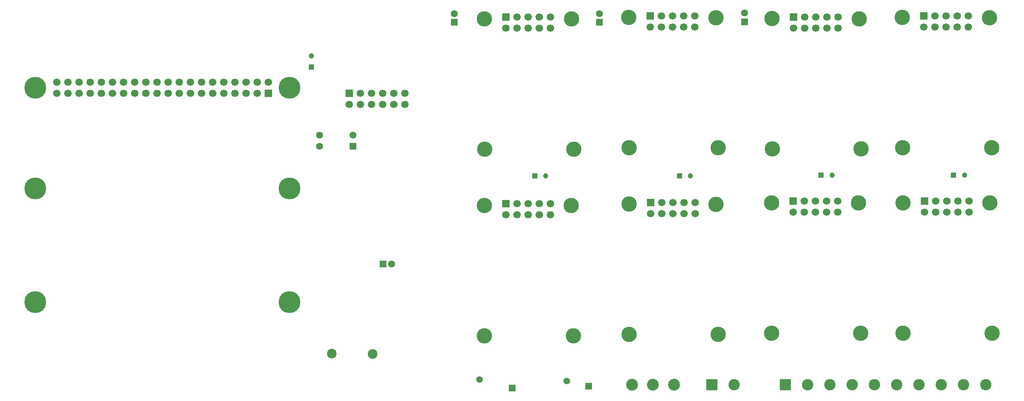
<source format=gbr>
%TF.GenerationSoftware,KiCad,Pcbnew,9.0.3*%
%TF.CreationDate,2025-07-15T13:26:13-05:00*%
%TF.ProjectId,Garden PCB,47617264-656e-4205-9043-422e6b696361,rev?*%
%TF.SameCoordinates,Original*%
%TF.FileFunction,Soldermask,Bot*%
%TF.FilePolarity,Negative*%
%FSLAX46Y46*%
G04 Gerber Fmt 4.6, Leading zero omitted, Abs format (unit mm)*
G04 Created by KiCad (PCBNEW 9.0.3) date 2025-07-15 13:26:13*
%MOMM*%
%LPD*%
G01*
G04 APERTURE LIST*
G04 Aperture macros list*
%AMRoundRect*
0 Rectangle with rounded corners*
0 $1 Rounding radius*
0 $2 $3 $4 $5 $6 $7 $8 $9 X,Y pos of 4 corners*
0 Add a 4 corners polygon primitive as box body*
4,1,4,$2,$3,$4,$5,$6,$7,$8,$9,$2,$3,0*
0 Add four circle primitives for the rounded corners*
1,1,$1+$1,$2,$3*
1,1,$1+$1,$4,$5*
1,1,$1+$1,$6,$7*
1,1,$1+$1,$8,$9*
0 Add four rect primitives between the rounded corners*
20,1,$1+$1,$2,$3,$4,$5,0*
20,1,$1+$1,$4,$5,$6,$7,0*
20,1,$1+$1,$6,$7,$8,$9,0*
20,1,$1+$1,$8,$9,$2,$3,0*%
G04 Aperture macros list end*
%ADD10R,1.200000X1.200000*%
%ADD11C,1.200000*%
%ADD12C,1.515000*%
%ADD13R,1.515000X1.515000*%
%ADD14R,1.700000X1.700000*%
%ADD15C,1.700000*%
%ADD16C,3.500000*%
%ADD17C,2.600000*%
%ADD18C,0.800000*%
%ADD19C,5.000000*%
%ADD20RoundRect,0.250000X0.550000X0.550000X-0.550000X0.550000X-0.550000X-0.550000X0.550000X-0.550000X0*%
%ADD21C,1.600000*%
%ADD22RoundRect,0.250000X0.550000X-0.550000X0.550000X0.550000X-0.550000X0.550000X-0.550000X-0.550000X0*%
%ADD23RoundRect,0.250000X-0.550000X-0.550000X0.550000X-0.550000X0.550000X0.550000X-0.550000X0.550000X0*%
%ADD24C,2.200000*%
%ADD25C,2.700000*%
%ADD26RoundRect,0.250000X-1.050000X-1.050000X1.050000X-1.050000X1.050000X1.050000X-1.050000X1.050000X0*%
%ADD27C,2.750000*%
G04 APERTURE END LIST*
D10*
%TO.C,C5*%
X197925000Y-116300000D03*
D11*
X200425000Y-116300000D03*
%TD*%
D12*
%TO.C,RV1*%
X185300000Y-162850000D03*
D13*
X192800000Y-164850000D03*
%TD*%
D14*
%TO.C,J10*%
X286800000Y-122110000D03*
D15*
X286800000Y-124650000D03*
X289340000Y-122110000D03*
X289340000Y-124650000D03*
X291880000Y-122110000D03*
X291880000Y-124650000D03*
X294420000Y-122110000D03*
X294420000Y-124650000D03*
X296960000Y-122110000D03*
X296960000Y-124650000D03*
%TD*%
D14*
%TO.C,J9*%
X286700000Y-79730000D03*
D15*
X286700000Y-82270000D03*
X289240000Y-79730000D03*
X289240000Y-82270000D03*
X291780000Y-79730000D03*
X291780000Y-82270000D03*
X294320000Y-79730000D03*
X294320000Y-82270000D03*
X296860000Y-79730000D03*
X296860000Y-82270000D03*
%TD*%
D14*
%TO.C,J8*%
X256850000Y-122110000D03*
D15*
X256850000Y-124650000D03*
X259390000Y-122110000D03*
X259390000Y-124650000D03*
X261930000Y-122110000D03*
X261930000Y-124650000D03*
X264470000Y-122110000D03*
X264470000Y-124650000D03*
X267010000Y-122110000D03*
X267010000Y-124650000D03*
%TD*%
D14*
%TO.C,J7*%
X256950000Y-79980000D03*
D15*
X256950000Y-82520000D03*
X259490000Y-79980000D03*
X259490000Y-82520000D03*
X262030000Y-79980000D03*
X262030000Y-82520000D03*
X264570000Y-79980000D03*
X264570000Y-82520000D03*
X267110000Y-79980000D03*
X267110000Y-82520000D03*
%TD*%
D14*
%TO.C,J6*%
X224330000Y-122380000D03*
D15*
X224330000Y-124920000D03*
X226870000Y-122380000D03*
X226870000Y-124920000D03*
X229410000Y-122380000D03*
X229410000Y-124920000D03*
X231950000Y-122380000D03*
X231950000Y-124920000D03*
X234490000Y-122380000D03*
X234490000Y-124920000D03*
%TD*%
D14*
%TO.C,J5*%
X224300000Y-79730000D03*
D15*
X224300000Y-82270000D03*
X226840000Y-79730000D03*
X226840000Y-82270000D03*
X229380000Y-79730000D03*
X229380000Y-82270000D03*
X231920000Y-79730000D03*
X231920000Y-82270000D03*
X234460000Y-79730000D03*
X234460000Y-82270000D03*
%TD*%
D14*
%TO.C,J4*%
X191350000Y-80030000D03*
D15*
X191350000Y-82570000D03*
X193890000Y-80030000D03*
X193890000Y-82570000D03*
X196430000Y-80030000D03*
X196430000Y-82570000D03*
X198970000Y-80030000D03*
X198970000Y-82570000D03*
X201510000Y-80030000D03*
X201510000Y-82570000D03*
%TD*%
D14*
%TO.C,J3*%
X191300000Y-122680000D03*
D15*
X191300000Y-125220000D03*
X193840000Y-122680000D03*
X193840000Y-125220000D03*
X196380000Y-122680000D03*
X196380000Y-125220000D03*
X198920000Y-122680000D03*
X198920000Y-125220000D03*
X201460000Y-122680000D03*
X201460000Y-125220000D03*
%TD*%
D14*
%TO.C,J2*%
X155575000Y-97435000D03*
D15*
X155575000Y-99975000D03*
X158115000Y-97435000D03*
X158115000Y-99975000D03*
X160655000Y-97435000D03*
X160655000Y-99975000D03*
X163195000Y-97435000D03*
X163195000Y-99975000D03*
X165735000Y-97435000D03*
X165735000Y-99975000D03*
X168275000Y-97435000D03*
X168275000Y-99975000D03*
%TD*%
D13*
%TO.C,F1*%
X210250000Y-164400000D03*
D12*
X205200000Y-163230000D03*
%TD*%
D16*
%TO.C,REF\u002A\u002A*%
X219480000Y-152550000D03*
D17*
X219480000Y-152550000D03*
%TD*%
D16*
%TO.C,REF\u002A\u002A*%
X239780000Y-152550000D03*
D17*
X239780000Y-152550000D03*
%TD*%
D16*
%TO.C,REF\u002A\u002A*%
X239280000Y-122800000D03*
D17*
X239280000Y-122800000D03*
%TD*%
D16*
%TO.C,REF\u002A\u002A*%
X219430000Y-122750000D03*
D17*
X219430000Y-122750000D03*
%TD*%
D16*
%TO.C,REF\u002A\u002A*%
X206250000Y-123100000D03*
D17*
X206250000Y-123100000D03*
%TD*%
D16*
%TO.C,REF\u002A\u002A*%
X186400000Y-123050000D03*
D17*
X186400000Y-123050000D03*
%TD*%
D16*
%TO.C,REF\u002A\u002A*%
X206750000Y-152850000D03*
D17*
X206750000Y-152850000D03*
%TD*%
D16*
%TO.C,REF\u002A\u002A*%
X186450000Y-152850000D03*
D17*
X186450000Y-152850000D03*
%TD*%
%TO.C,REF\u002A\u002A*%
X251950000Y-122480000D03*
D16*
X251950000Y-122480000D03*
%TD*%
D17*
%TO.C,REF\u002A\u002A*%
X301650000Y-80150000D03*
D16*
X301650000Y-80150000D03*
%TD*%
D18*
%TO.C,MH5*%
X82125000Y-145150000D03*
X82674175Y-143824175D03*
X82674175Y-146475825D03*
X84000000Y-143275000D03*
D19*
X84000000Y-145150000D03*
D18*
X84000000Y-147025000D03*
X85325825Y-143824175D03*
X85325825Y-146475825D03*
X85875000Y-145150000D03*
%TD*%
%TO.C,MH3*%
X140125000Y-119200000D03*
X140674175Y-117874175D03*
X140674175Y-120525825D03*
X142000000Y-117325000D03*
D19*
X142000000Y-119200000D03*
D18*
X142000000Y-121075000D03*
X143325825Y-117874175D03*
X143325825Y-120525825D03*
X143875000Y-119200000D03*
%TD*%
D14*
%TO.C,J1*%
X137180000Y-97450000D03*
D15*
X137180000Y-94910000D03*
X134640000Y-97450000D03*
X134640000Y-94910000D03*
X132100000Y-97450000D03*
X132100000Y-94910000D03*
X129560000Y-97450000D03*
X129560000Y-94910000D03*
X127020000Y-97450000D03*
X127020000Y-94910000D03*
X124480000Y-97450000D03*
X124480000Y-94910000D03*
X121940000Y-97450000D03*
X121940000Y-94910000D03*
X119400000Y-97450000D03*
X119400000Y-94910000D03*
X116860000Y-97450000D03*
X116860000Y-94910000D03*
X114320000Y-97450000D03*
X114320000Y-94910000D03*
X111780000Y-97450000D03*
X111780000Y-94910000D03*
X109240000Y-97450000D03*
X109240000Y-94910000D03*
X106700000Y-97450000D03*
X106700000Y-94910000D03*
X104160000Y-97450000D03*
X104160000Y-94910000D03*
X101620000Y-97450000D03*
X101620000Y-94910000D03*
X99080000Y-97450000D03*
X99080000Y-94910000D03*
X96540000Y-97450000D03*
X96540000Y-94910000D03*
X94000000Y-97450000D03*
X94000000Y-94910000D03*
X91460000Y-97450000D03*
X91460000Y-94910000D03*
X88920000Y-97450000D03*
X88920000Y-94910000D03*
%TD*%
D17*
%TO.C,REF\u002A\u002A*%
X301750000Y-122530000D03*
D16*
X301750000Y-122530000D03*
%TD*%
D17*
%TO.C,REF\u002A\u002A*%
X302250000Y-152280000D03*
D16*
X302250000Y-152280000D03*
%TD*%
D17*
%TO.C,REF\u002A\u002A*%
X281900000Y-122480000D03*
D16*
X281900000Y-122480000D03*
%TD*%
D18*
%TO.C,MH1*%
X82125000Y-96150000D03*
X82674175Y-94824175D03*
X82674175Y-97475825D03*
X84000000Y-94275000D03*
D19*
X84000000Y-96150000D03*
D18*
X84000000Y-98025000D03*
X85325825Y-94824175D03*
X85325825Y-97475825D03*
X85875000Y-96150000D03*
%TD*%
D10*
%TO.C,C10*%
X293450000Y-116150000D03*
D11*
X295950000Y-116150000D03*
%TD*%
D20*
%TO.C,U1*%
X156470000Y-109565000D03*
D21*
X156470000Y-107025000D03*
X148850000Y-107025000D03*
X148850000Y-109565000D03*
%TD*%
D17*
%TO.C,REF\u002A\u002A*%
X206800000Y-110200000D03*
D16*
X206800000Y-110200000D03*
%TD*%
D22*
%TO.C,C1*%
X179550000Y-81205113D03*
D21*
X179550000Y-79205113D03*
%TD*%
D18*
%TO.C,MH2*%
X140125000Y-96150000D03*
X140674175Y-94824175D03*
X140674175Y-97475825D03*
X142000000Y-94275000D03*
D19*
X142000000Y-96150000D03*
D18*
X142000000Y-98025000D03*
X143325825Y-94824175D03*
X143325825Y-97475825D03*
X143875000Y-96150000D03*
%TD*%
D23*
%TO.C,C8*%
X163300000Y-136500000D03*
D21*
X165300000Y-136500000D03*
%TD*%
D17*
%TO.C,REF\u002A\u002A*%
X252050000Y-80350000D03*
D16*
X252050000Y-80350000D03*
%TD*%
D17*
%TO.C,REF\u002A\u002A*%
X239750000Y-109900000D03*
D16*
X239750000Y-109900000D03*
%TD*%
D17*
%TO.C,REF\u002A\u002A*%
X219450000Y-109900000D03*
D16*
X219450000Y-109900000D03*
%TD*%
D17*
%TO.C,REF\u002A\u002A*%
X252000000Y-152280000D03*
D16*
X252000000Y-152280000D03*
%TD*%
D18*
%TO.C,MH6*%
X140125000Y-145150000D03*
X140674175Y-143824175D03*
X140674175Y-146475825D03*
X142000000Y-143275000D03*
D19*
X142000000Y-145150000D03*
D18*
X142000000Y-147025000D03*
X143325825Y-143824175D03*
X143325825Y-146475825D03*
X143875000Y-145150000D03*
%TD*%
D17*
%TO.C,REF\u002A\u002A*%
X302150000Y-109900000D03*
D16*
X302150000Y-109900000D03*
%TD*%
D10*
%TO.C,C7*%
X147000000Y-91400000D03*
D11*
X147000000Y-88900000D03*
%TD*%
D17*
%TO.C,REF\u002A\u002A*%
X206300000Y-80450000D03*
D16*
X206300000Y-80450000D03*
%TD*%
D18*
%TO.C,MH4*%
X82125000Y-119200000D03*
X82674175Y-117874175D03*
X82674175Y-120525825D03*
X84000000Y-117325000D03*
D19*
X84000000Y-119200000D03*
D18*
X84000000Y-121075000D03*
X85325825Y-117874175D03*
X85325825Y-120525825D03*
X85875000Y-119200000D03*
%TD*%
D24*
%TO.C,L1*%
X160950000Y-157050000D03*
X151620000Y-156970000D03*
%TD*%
D17*
%TO.C,REF\u002A\u002A*%
X219400000Y-80100000D03*
D16*
X219400000Y-80100000D03*
%TD*%
D17*
%TO.C,REF\u002A\u002A*%
X281850000Y-109900000D03*
D16*
X281850000Y-109900000D03*
%TD*%
D17*
%TO.C,REF\u002A\u002A*%
X186500000Y-110200000D03*
D16*
X186500000Y-110200000D03*
%TD*%
D17*
%TO.C,REF\u002A\u002A*%
X281800000Y-80100000D03*
D16*
X281800000Y-80100000D03*
%TD*%
D25*
%TO.C,SW1*%
X224850000Y-164072500D03*
X229660000Y-164042500D03*
X220150000Y-164072500D03*
%TD*%
D17*
%TO.C,REF\u002A\u002A*%
X271800000Y-122530000D03*
D16*
X271800000Y-122530000D03*
%TD*%
D17*
%TO.C,REF\u002A\u002A*%
X271900000Y-80400000D03*
D16*
X271900000Y-80400000D03*
%TD*%
D22*
%TO.C,C2*%
X212700000Y-81205113D03*
D21*
X212700000Y-79205113D03*
%TD*%
D22*
%TO.C,C4*%
X245750000Y-81100000D03*
D21*
X245750000Y-79100000D03*
%TD*%
D17*
%TO.C,REF\u002A\u002A*%
X281950000Y-152280000D03*
D16*
X281950000Y-152280000D03*
%TD*%
D26*
%TO.C,J12*%
X238305000Y-164072500D03*
D17*
X243385000Y-164072500D03*
%TD*%
D10*
%TO.C,C5*%
X230950000Y-116300000D03*
D11*
X233450000Y-116300000D03*
%TD*%
D17*
%TO.C,REF\u002A\u002A*%
X272400000Y-110150000D03*
D16*
X272400000Y-110150000D03*
%TD*%
D26*
%TO.C,J11*%
X255090000Y-164072500D03*
D17*
X260170000Y-164072500D03*
X265250000Y-164072500D03*
X270330000Y-164072500D03*
X275410000Y-164072500D03*
X280490000Y-164072500D03*
X285570000Y-164072500D03*
X290650000Y-164072500D03*
X295730000Y-164072500D03*
X300810000Y-164072500D03*
%TD*%
%TO.C,REF\u002A\u002A*%
X252100000Y-110150000D03*
D16*
X252100000Y-110150000D03*
%TD*%
D10*
%TO.C,C9*%
X263250000Y-116150000D03*
D11*
X265750000Y-116150000D03*
%TD*%
D17*
%TO.C,REF\u002A\u002A*%
X239250000Y-80150000D03*
D16*
X239250000Y-80150000D03*
%TD*%
D17*
%TO.C,REF\u002A\u002A*%
X186450000Y-80400000D03*
D16*
X186450000Y-80400000D03*
%TD*%
D17*
%TO.C,REF\u002A\u002A*%
X272300000Y-152280000D03*
D16*
X272300000Y-152280000D03*
%TD*%
D27*
%TO.C,RP?*%
X142000000Y-145150000D03*
X142000000Y-96150000D03*
X84000000Y-145150000D03*
X84000000Y-96150000D03*
%TD*%
M02*

</source>
